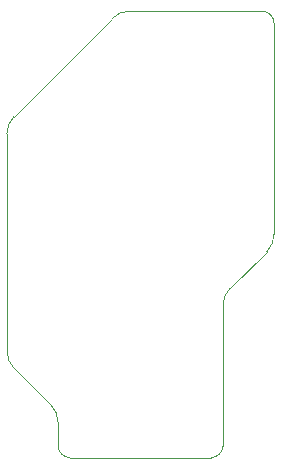
<source format=gbr>
%TF.GenerationSoftware,KiCad,Pcbnew,(5.1.7)-1*%
%TF.CreationDate,2020-10-15T21:52:00-04:00*%
%TF.ProjectId,DanA4UsbBreakout,44616e41-3455-4736-9242-7265616b6f75,rev?*%
%TF.SameCoordinates,Original*%
%TF.FileFunction,Profile,NP*%
%FSLAX46Y46*%
G04 Gerber Fmt 4.6, Leading zero omitted, Abs format (unit mm)*
G04 Created by KiCad (PCBNEW (5.1.7)-1) date 2020-10-15 21:52:00*
%MOMM*%
%LPD*%
G01*
G04 APERTURE LIST*
%TA.AperFunction,Profile*%
%ADD10C,0.050000*%
%TD*%
G04 APERTURE END LIST*
D10*
X60579000Y-53086000D02*
G75*
G02*
X59563000Y-54102000I-1016000J0D01*
G01*
X47625000Y-54102000D02*
G75*
G02*
X46609000Y-53086000I0J1016000D01*
G01*
X46609000Y-51095628D02*
G75*
G03*
X46013841Y-49658787I-2032000J0D01*
G01*
X46013841Y-49658787D02*
X42884292Y-46545420D01*
X42291000Y-45021500D02*
G75*
G03*
X42884292Y-46545420I2030133J-87079D01*
G01*
X64897000Y-17326882D02*
X64897000Y-35137372D01*
X63881000Y-16310882D02*
G75*
G02*
X64897000Y-17326882I0J-1016000D01*
G01*
X64897000Y-35137372D02*
G75*
G02*
X64303708Y-36661292I-2030133J-87079D01*
G01*
X61174159Y-39774659D02*
X64303708Y-36661292D01*
X60579000Y-41211500D02*
G75*
G02*
X61174159Y-39774659I2032000J0D01*
G01*
X52649408Y-16310882D02*
X63881000Y-16310882D01*
X42886159Y-25233159D02*
X51181000Y-16938318D01*
X51181000Y-16938318D02*
G75*
G02*
X52649408Y-16310882I1468408J-1404564D01*
G01*
X42291000Y-26670000D02*
G75*
G02*
X42886159Y-25233159I2032000J0D01*
G01*
X42291000Y-45021500D02*
X42291000Y-26670000D01*
X46609000Y-53086000D02*
X46609000Y-51095628D01*
X60579000Y-53086000D02*
X60579000Y-41211500D01*
X47625000Y-54102000D02*
X59563000Y-54102000D01*
M02*

</source>
